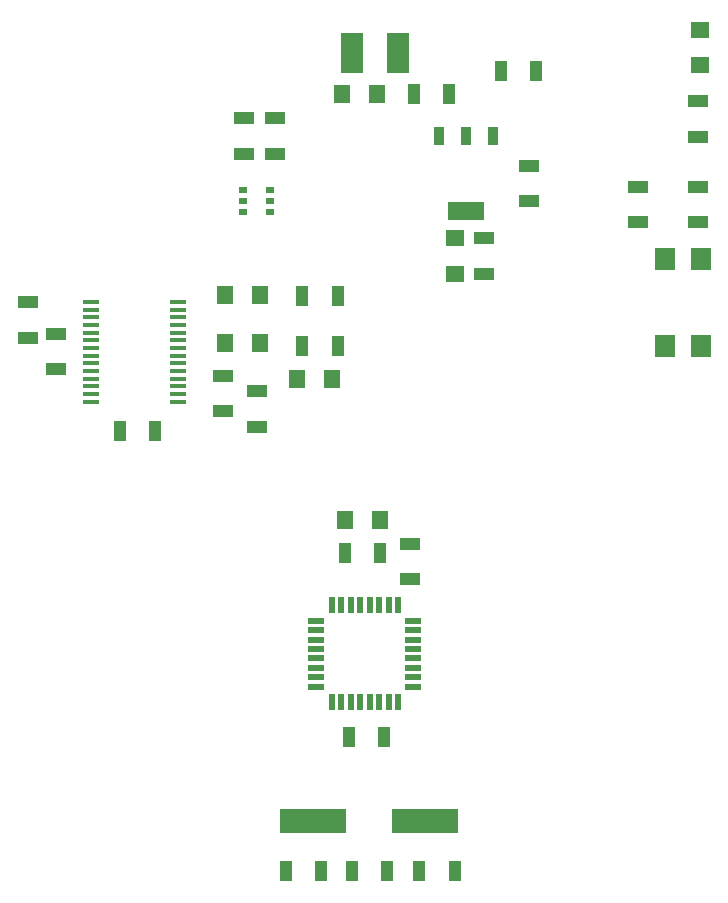
<source format=gtp>
G04*
G04 #@! TF.GenerationSoftware,Altium Limited,Altium Designer,19.1.7 (138)*
G04*
G04 Layer_Color=8421504*
%FSLAX25Y25*%
%MOIN*%
G70*
G01*
G75*
%ADD18R,0.07480X0.13386*%
%ADD19R,0.07100X0.04400*%
%ADD20R,0.05500X0.06300*%
%ADD21R,0.05500X0.01370*%
%ADD22R,0.04400X0.07100*%
%ADD23R,0.05800X0.02000*%
%ADD24R,0.02000X0.05800*%
%ADD25R,0.12200X0.06300*%
%ADD26R,0.03300X0.06300*%
%ADD27R,0.22047X0.08268*%
%ADD28R,0.06693X0.07480*%
%ADD29R,0.06300X0.05500*%
%ADD30R,0.02756X0.02000*%
D18*
X162500Y319500D02*
D03*
X177854D02*
D03*
D19*
X54500Y224700D02*
D03*
Y236500D02*
D03*
X182000Y156000D02*
D03*
Y144200D02*
D03*
X64000Y214200D02*
D03*
Y226000D02*
D03*
X221500Y282000D02*
D03*
Y270200D02*
D03*
X131000Y206800D02*
D03*
Y195000D02*
D03*
X278000Y275000D02*
D03*
Y263200D02*
D03*
X258000D02*
D03*
Y275000D02*
D03*
X119500Y200200D02*
D03*
Y212000D02*
D03*
X206500Y246000D02*
D03*
Y257800D02*
D03*
X126500Y286000D02*
D03*
Y297800D02*
D03*
X137000D02*
D03*
Y286000D02*
D03*
X278000Y291700D02*
D03*
Y303500D02*
D03*
D20*
X160100Y164000D02*
D03*
X171900D02*
D03*
X131900Y223000D02*
D03*
X120100D02*
D03*
X120200Y239000D02*
D03*
X132000D02*
D03*
X155900Y211000D02*
D03*
X144100D02*
D03*
X159100Y306000D02*
D03*
X170900D02*
D03*
D21*
X75606Y203366D02*
D03*
Y205925D02*
D03*
Y208484D02*
D03*
Y211043D02*
D03*
Y213602D02*
D03*
Y216161D02*
D03*
Y218720D02*
D03*
Y221280D02*
D03*
Y223839D02*
D03*
Y226398D02*
D03*
Y228957D02*
D03*
Y231516D02*
D03*
Y234075D02*
D03*
Y236634D02*
D03*
X104394Y203366D02*
D03*
Y205925D02*
D03*
Y208484D02*
D03*
Y211043D02*
D03*
Y213602D02*
D03*
Y218720D02*
D03*
Y216161D02*
D03*
Y221280D02*
D03*
Y223839D02*
D03*
Y226398D02*
D03*
Y228957D02*
D03*
Y231516D02*
D03*
Y234075D02*
D03*
Y236634D02*
D03*
D22*
X146000Y222000D02*
D03*
X157800D02*
D03*
Y238500D02*
D03*
X146000D02*
D03*
X161500Y91500D02*
D03*
X173300D02*
D03*
X160200Y153000D02*
D03*
X172000D02*
D03*
X174300Y47000D02*
D03*
X162500D02*
D03*
X140500D02*
D03*
X152300D02*
D03*
X196800D02*
D03*
X185000D02*
D03*
X97000Y193500D02*
D03*
X85200D02*
D03*
X212200Y313500D02*
D03*
X224000D02*
D03*
X195000Y306000D02*
D03*
X183200D02*
D03*
D23*
X150600Y108400D02*
D03*
Y111500D02*
D03*
Y114700D02*
D03*
Y117800D02*
D03*
Y121000D02*
D03*
Y124100D02*
D03*
Y127300D02*
D03*
Y130400D02*
D03*
X183000D02*
D03*
Y127300D02*
D03*
Y124100D02*
D03*
Y121000D02*
D03*
Y117800D02*
D03*
Y114700D02*
D03*
Y111500D02*
D03*
Y108400D02*
D03*
D24*
X155800Y135600D02*
D03*
X158900D02*
D03*
X162100D02*
D03*
X165200D02*
D03*
X168400D02*
D03*
X171500D02*
D03*
X174700D02*
D03*
X177800D02*
D03*
Y103200D02*
D03*
X174700D02*
D03*
X171500D02*
D03*
X168400D02*
D03*
X165200D02*
D03*
X162100D02*
D03*
X158900D02*
D03*
X155800D02*
D03*
D25*
X200500Y266794D02*
D03*
D26*
X191400Y291994D02*
D03*
X200500D02*
D03*
X209600D02*
D03*
D27*
X187000Y63500D02*
D03*
X149598D02*
D03*
D28*
X278823Y250826D02*
D03*
X266823D02*
D03*
X278823Y221826D02*
D03*
X266823D02*
D03*
D29*
X197000Y257900D02*
D03*
Y246100D02*
D03*
X278500Y327400D02*
D03*
Y315600D02*
D03*
D30*
X126148Y274016D02*
D03*
Y270276D02*
D03*
Y266535D02*
D03*
X135301D02*
D03*
Y270276D02*
D03*
Y274016D02*
D03*
M02*

</source>
